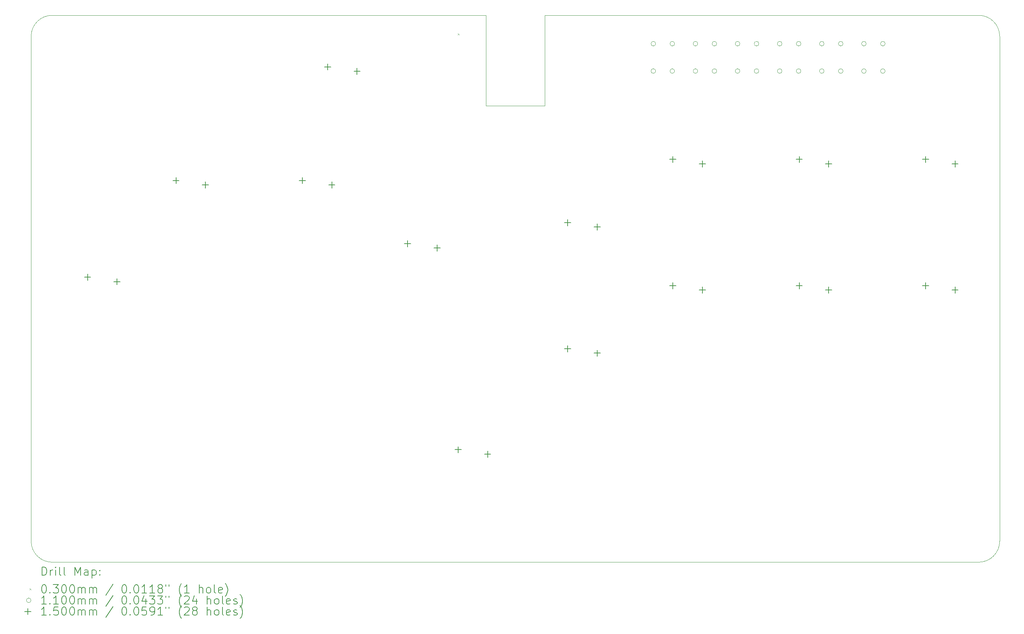
<source format=gbr>
%TF.GenerationSoftware,KiCad,Pcbnew,8.0.4-8.0.4-0~ubuntu22.04.1*%
%TF.CreationDate,2024-07-29T20:54:53+08:00*%
%TF.ProjectId,halalsnackbox,68616c61-6c73-46e6-9163-6b626f782e6b,rev?*%
%TF.SameCoordinates,Original*%
%TF.FileFunction,Drillmap*%
%TF.FilePolarity,Positive*%
%FSLAX45Y45*%
G04 Gerber Fmt 4.5, Leading zero omitted, Abs format (unit mm)*
G04 Created by KiCad (PCBNEW 8.0.4-8.0.4-0~ubuntu22.04.1) date 2024-07-29 20:54:53*
%MOMM*%
%LPD*%
G01*
G04 APERTURE LIST*
%ADD10C,0.050000*%
%ADD11C,0.200000*%
%ADD12C,0.100000*%
%ADD13C,0.110000*%
%ADD14C,0.150000*%
G04 APERTURE END LIST*
D10*
X0Y-500000D02*
G75*
G02*
X500000Y0I500000J0D01*
G01*
X10800000Y0D02*
X10800000Y-2150000D01*
X500000Y-13000000D02*
G75*
G02*
X0Y-12500000I0J500000D01*
G01*
X23000000Y-500000D02*
X23000000Y-12500000D01*
X12200000Y0D02*
X22500000Y0D01*
X500000Y-13000000D02*
X22500000Y-13000000D01*
X0Y-500000D02*
X0Y-12500000D01*
X12200000Y0D02*
X12200000Y-2150000D01*
X22500000Y0D02*
G75*
G02*
X23000000Y-500000I0J-500000D01*
G01*
X10800000Y-2150000D02*
X12200000Y-2150000D01*
X23000000Y-12500000D02*
G75*
G02*
X22500000Y-13000000I-500000J0D01*
G01*
X500000Y0D02*
X10800000Y0D01*
D11*
D12*
X10135000Y-435000D02*
X10165000Y-465000D01*
X10165000Y-435000D02*
X10135000Y-465000D01*
D13*
X14830000Y-675000D02*
G75*
G02*
X14720000Y-675000I-55000J0D01*
G01*
X14720000Y-675000D02*
G75*
G02*
X14830000Y-675000I55000J0D01*
G01*
X14830000Y-1325000D02*
G75*
G02*
X14720000Y-1325000I-55000J0D01*
G01*
X14720000Y-1325000D02*
G75*
G02*
X14830000Y-1325000I55000J0D01*
G01*
X15280000Y-675000D02*
G75*
G02*
X15170000Y-675000I-55000J0D01*
G01*
X15170000Y-675000D02*
G75*
G02*
X15280000Y-675000I55000J0D01*
G01*
X15280000Y-1325000D02*
G75*
G02*
X15170000Y-1325000I-55000J0D01*
G01*
X15170000Y-1325000D02*
G75*
G02*
X15280000Y-1325000I55000J0D01*
G01*
X15830000Y-675000D02*
G75*
G02*
X15720000Y-675000I-55000J0D01*
G01*
X15720000Y-675000D02*
G75*
G02*
X15830000Y-675000I55000J0D01*
G01*
X15830000Y-1325000D02*
G75*
G02*
X15720000Y-1325000I-55000J0D01*
G01*
X15720000Y-1325000D02*
G75*
G02*
X15830000Y-1325000I55000J0D01*
G01*
X16280000Y-675000D02*
G75*
G02*
X16170000Y-675000I-55000J0D01*
G01*
X16170000Y-675000D02*
G75*
G02*
X16280000Y-675000I55000J0D01*
G01*
X16280000Y-1325000D02*
G75*
G02*
X16170000Y-1325000I-55000J0D01*
G01*
X16170000Y-1325000D02*
G75*
G02*
X16280000Y-1325000I55000J0D01*
G01*
X16830000Y-675000D02*
G75*
G02*
X16720000Y-675000I-55000J0D01*
G01*
X16720000Y-675000D02*
G75*
G02*
X16830000Y-675000I55000J0D01*
G01*
X16830000Y-1325000D02*
G75*
G02*
X16720000Y-1325000I-55000J0D01*
G01*
X16720000Y-1325000D02*
G75*
G02*
X16830000Y-1325000I55000J0D01*
G01*
X17280000Y-675000D02*
G75*
G02*
X17170000Y-675000I-55000J0D01*
G01*
X17170000Y-675000D02*
G75*
G02*
X17280000Y-675000I55000J0D01*
G01*
X17280000Y-1325000D02*
G75*
G02*
X17170000Y-1325000I-55000J0D01*
G01*
X17170000Y-1325000D02*
G75*
G02*
X17280000Y-1325000I55000J0D01*
G01*
X17830000Y-675000D02*
G75*
G02*
X17720000Y-675000I-55000J0D01*
G01*
X17720000Y-675000D02*
G75*
G02*
X17830000Y-675000I55000J0D01*
G01*
X17830000Y-1325000D02*
G75*
G02*
X17720000Y-1325000I-55000J0D01*
G01*
X17720000Y-1325000D02*
G75*
G02*
X17830000Y-1325000I55000J0D01*
G01*
X18280000Y-675000D02*
G75*
G02*
X18170000Y-675000I-55000J0D01*
G01*
X18170000Y-675000D02*
G75*
G02*
X18280000Y-675000I55000J0D01*
G01*
X18280000Y-1325000D02*
G75*
G02*
X18170000Y-1325000I-55000J0D01*
G01*
X18170000Y-1325000D02*
G75*
G02*
X18280000Y-1325000I55000J0D01*
G01*
X18830000Y-675000D02*
G75*
G02*
X18720000Y-675000I-55000J0D01*
G01*
X18720000Y-675000D02*
G75*
G02*
X18830000Y-675000I55000J0D01*
G01*
X18830000Y-1325000D02*
G75*
G02*
X18720000Y-1325000I-55000J0D01*
G01*
X18720000Y-1325000D02*
G75*
G02*
X18830000Y-1325000I55000J0D01*
G01*
X19280000Y-675000D02*
G75*
G02*
X19170000Y-675000I-55000J0D01*
G01*
X19170000Y-675000D02*
G75*
G02*
X19280000Y-675000I55000J0D01*
G01*
X19280000Y-1325000D02*
G75*
G02*
X19170000Y-1325000I-55000J0D01*
G01*
X19170000Y-1325000D02*
G75*
G02*
X19280000Y-1325000I55000J0D01*
G01*
X19830000Y-675000D02*
G75*
G02*
X19720000Y-675000I-55000J0D01*
G01*
X19720000Y-675000D02*
G75*
G02*
X19830000Y-675000I55000J0D01*
G01*
X19830000Y-1325000D02*
G75*
G02*
X19720000Y-1325000I-55000J0D01*
G01*
X19720000Y-1325000D02*
G75*
G02*
X19830000Y-1325000I55000J0D01*
G01*
X20280000Y-675000D02*
G75*
G02*
X20170000Y-675000I-55000J0D01*
G01*
X20170000Y-675000D02*
G75*
G02*
X20280000Y-675000I55000J0D01*
G01*
X20280000Y-1325000D02*
G75*
G02*
X20170000Y-1325000I-55000J0D01*
G01*
X20170000Y-1325000D02*
G75*
G02*
X20280000Y-1325000I55000J0D01*
G01*
D14*
X1340000Y-6150000D02*
X1340000Y-6300000D01*
X1265000Y-6225000D02*
X1415000Y-6225000D01*
X2040000Y-6255000D02*
X2040000Y-6405000D01*
X1965000Y-6330000D02*
X2115000Y-6330000D01*
X3440000Y-3850000D02*
X3440000Y-4000000D01*
X3365000Y-3925000D02*
X3515000Y-3925000D01*
X4140000Y-3955000D02*
X4140000Y-4105000D01*
X4065000Y-4030000D02*
X4215000Y-4030000D01*
X6440000Y-3850000D02*
X6440000Y-4000000D01*
X6365000Y-3925000D02*
X6515000Y-3925000D01*
X7040000Y-1150000D02*
X7040000Y-1300000D01*
X6965000Y-1225000D02*
X7115000Y-1225000D01*
X7140000Y-3955000D02*
X7140000Y-4105000D01*
X7065000Y-4030000D02*
X7215000Y-4030000D01*
X7740000Y-1255000D02*
X7740000Y-1405000D01*
X7665000Y-1330000D02*
X7815000Y-1330000D01*
X8940000Y-5350000D02*
X8940000Y-5500000D01*
X8865000Y-5425000D02*
X9015000Y-5425000D01*
X9640000Y-5455000D02*
X9640000Y-5605000D01*
X9565000Y-5530000D02*
X9715000Y-5530000D01*
X10140000Y-10250000D02*
X10140000Y-10400000D01*
X10065000Y-10325000D02*
X10215000Y-10325000D01*
X10840000Y-10355000D02*
X10840000Y-10505000D01*
X10765000Y-10430000D02*
X10915000Y-10430000D01*
X12740000Y-4850000D02*
X12740000Y-5000000D01*
X12665000Y-4925000D02*
X12815000Y-4925000D01*
X12740000Y-7850000D02*
X12740000Y-8000000D01*
X12665000Y-7925000D02*
X12815000Y-7925000D01*
X13440000Y-4955000D02*
X13440000Y-5105000D01*
X13365000Y-5030000D02*
X13515000Y-5030000D01*
X13440000Y-7955000D02*
X13440000Y-8105000D01*
X13365000Y-8030000D02*
X13515000Y-8030000D01*
X15240000Y-3350000D02*
X15240000Y-3500000D01*
X15165000Y-3425000D02*
X15315000Y-3425000D01*
X15240000Y-6350000D02*
X15240000Y-6500000D01*
X15165000Y-6425000D02*
X15315000Y-6425000D01*
X15940000Y-3455000D02*
X15940000Y-3605000D01*
X15865000Y-3530000D02*
X16015000Y-3530000D01*
X15940000Y-6455000D02*
X15940000Y-6605000D01*
X15865000Y-6530000D02*
X16015000Y-6530000D01*
X18240000Y-3350000D02*
X18240000Y-3500000D01*
X18165000Y-3425000D02*
X18315000Y-3425000D01*
X18240000Y-6350000D02*
X18240000Y-6500000D01*
X18165000Y-6425000D02*
X18315000Y-6425000D01*
X18940000Y-3455000D02*
X18940000Y-3605000D01*
X18865000Y-3530000D02*
X19015000Y-3530000D01*
X18940000Y-6455000D02*
X18940000Y-6605000D01*
X18865000Y-6530000D02*
X19015000Y-6530000D01*
X21240000Y-3350000D02*
X21240000Y-3500000D01*
X21165000Y-3425000D02*
X21315000Y-3425000D01*
X21240000Y-6350000D02*
X21240000Y-6500000D01*
X21165000Y-6425000D02*
X21315000Y-6425000D01*
X21940000Y-3455000D02*
X21940000Y-3605000D01*
X21865000Y-3530000D02*
X22015000Y-3530000D01*
X21940000Y-6455000D02*
X21940000Y-6605000D01*
X21865000Y-6530000D02*
X22015000Y-6530000D01*
D11*
X258277Y-13313984D02*
X258277Y-13113984D01*
X258277Y-13113984D02*
X305896Y-13113984D01*
X305896Y-13113984D02*
X334467Y-13123508D01*
X334467Y-13123508D02*
X353515Y-13142555D01*
X353515Y-13142555D02*
X363039Y-13161603D01*
X363039Y-13161603D02*
X372562Y-13199698D01*
X372562Y-13199698D02*
X372562Y-13228269D01*
X372562Y-13228269D02*
X363039Y-13266365D01*
X363039Y-13266365D02*
X353515Y-13285412D01*
X353515Y-13285412D02*
X334467Y-13304460D01*
X334467Y-13304460D02*
X305896Y-13313984D01*
X305896Y-13313984D02*
X258277Y-13313984D01*
X458277Y-13313984D02*
X458277Y-13180650D01*
X458277Y-13218746D02*
X467801Y-13199698D01*
X467801Y-13199698D02*
X477324Y-13190174D01*
X477324Y-13190174D02*
X496372Y-13180650D01*
X496372Y-13180650D02*
X515420Y-13180650D01*
X582086Y-13313984D02*
X582086Y-13180650D01*
X582086Y-13113984D02*
X572563Y-13123508D01*
X572563Y-13123508D02*
X582086Y-13133031D01*
X582086Y-13133031D02*
X591610Y-13123508D01*
X591610Y-13123508D02*
X582086Y-13113984D01*
X582086Y-13113984D02*
X582086Y-13133031D01*
X705896Y-13313984D02*
X686848Y-13304460D01*
X686848Y-13304460D02*
X677324Y-13285412D01*
X677324Y-13285412D02*
X677324Y-13113984D01*
X810658Y-13313984D02*
X791610Y-13304460D01*
X791610Y-13304460D02*
X782086Y-13285412D01*
X782086Y-13285412D02*
X782086Y-13113984D01*
X1039229Y-13313984D02*
X1039229Y-13113984D01*
X1039229Y-13113984D02*
X1105896Y-13256841D01*
X1105896Y-13256841D02*
X1172563Y-13113984D01*
X1172563Y-13113984D02*
X1172563Y-13313984D01*
X1353515Y-13313984D02*
X1353515Y-13209222D01*
X1353515Y-13209222D02*
X1343991Y-13190174D01*
X1343991Y-13190174D02*
X1324944Y-13180650D01*
X1324944Y-13180650D02*
X1286848Y-13180650D01*
X1286848Y-13180650D02*
X1267801Y-13190174D01*
X1353515Y-13304460D02*
X1334467Y-13313984D01*
X1334467Y-13313984D02*
X1286848Y-13313984D01*
X1286848Y-13313984D02*
X1267801Y-13304460D01*
X1267801Y-13304460D02*
X1258277Y-13285412D01*
X1258277Y-13285412D02*
X1258277Y-13266365D01*
X1258277Y-13266365D02*
X1267801Y-13247317D01*
X1267801Y-13247317D02*
X1286848Y-13237793D01*
X1286848Y-13237793D02*
X1334467Y-13237793D01*
X1334467Y-13237793D02*
X1353515Y-13228269D01*
X1448753Y-13180650D02*
X1448753Y-13380650D01*
X1448753Y-13190174D02*
X1467801Y-13180650D01*
X1467801Y-13180650D02*
X1505896Y-13180650D01*
X1505896Y-13180650D02*
X1524943Y-13190174D01*
X1524943Y-13190174D02*
X1534467Y-13199698D01*
X1534467Y-13199698D02*
X1543991Y-13218746D01*
X1543991Y-13218746D02*
X1543991Y-13275888D01*
X1543991Y-13275888D02*
X1534467Y-13294936D01*
X1534467Y-13294936D02*
X1524943Y-13304460D01*
X1524943Y-13304460D02*
X1505896Y-13313984D01*
X1505896Y-13313984D02*
X1467801Y-13313984D01*
X1467801Y-13313984D02*
X1448753Y-13304460D01*
X1629705Y-13294936D02*
X1639229Y-13304460D01*
X1639229Y-13304460D02*
X1629705Y-13313984D01*
X1629705Y-13313984D02*
X1620182Y-13304460D01*
X1620182Y-13304460D02*
X1629705Y-13294936D01*
X1629705Y-13294936D02*
X1629705Y-13313984D01*
X1629705Y-13190174D02*
X1639229Y-13199698D01*
X1639229Y-13199698D02*
X1629705Y-13209222D01*
X1629705Y-13209222D02*
X1620182Y-13199698D01*
X1620182Y-13199698D02*
X1629705Y-13190174D01*
X1629705Y-13190174D02*
X1629705Y-13209222D01*
D12*
X-32500Y-13627500D02*
X-2500Y-13657500D01*
X-2500Y-13627500D02*
X-32500Y-13657500D01*
D11*
X296372Y-13533984D02*
X315420Y-13533984D01*
X315420Y-13533984D02*
X334467Y-13543508D01*
X334467Y-13543508D02*
X343991Y-13553031D01*
X343991Y-13553031D02*
X353515Y-13572079D01*
X353515Y-13572079D02*
X363039Y-13610174D01*
X363039Y-13610174D02*
X363039Y-13657793D01*
X363039Y-13657793D02*
X353515Y-13695888D01*
X353515Y-13695888D02*
X343991Y-13714936D01*
X343991Y-13714936D02*
X334467Y-13724460D01*
X334467Y-13724460D02*
X315420Y-13733984D01*
X315420Y-13733984D02*
X296372Y-13733984D01*
X296372Y-13733984D02*
X277324Y-13724460D01*
X277324Y-13724460D02*
X267801Y-13714936D01*
X267801Y-13714936D02*
X258277Y-13695888D01*
X258277Y-13695888D02*
X248753Y-13657793D01*
X248753Y-13657793D02*
X248753Y-13610174D01*
X248753Y-13610174D02*
X258277Y-13572079D01*
X258277Y-13572079D02*
X267801Y-13553031D01*
X267801Y-13553031D02*
X277324Y-13543508D01*
X277324Y-13543508D02*
X296372Y-13533984D01*
X448753Y-13714936D02*
X458277Y-13724460D01*
X458277Y-13724460D02*
X448753Y-13733984D01*
X448753Y-13733984D02*
X439229Y-13724460D01*
X439229Y-13724460D02*
X448753Y-13714936D01*
X448753Y-13714936D02*
X448753Y-13733984D01*
X524944Y-13533984D02*
X648753Y-13533984D01*
X648753Y-13533984D02*
X582086Y-13610174D01*
X582086Y-13610174D02*
X610658Y-13610174D01*
X610658Y-13610174D02*
X629705Y-13619698D01*
X629705Y-13619698D02*
X639229Y-13629222D01*
X639229Y-13629222D02*
X648753Y-13648269D01*
X648753Y-13648269D02*
X648753Y-13695888D01*
X648753Y-13695888D02*
X639229Y-13714936D01*
X639229Y-13714936D02*
X629705Y-13724460D01*
X629705Y-13724460D02*
X610658Y-13733984D01*
X610658Y-13733984D02*
X553515Y-13733984D01*
X553515Y-13733984D02*
X534467Y-13724460D01*
X534467Y-13724460D02*
X524944Y-13714936D01*
X772562Y-13533984D02*
X791610Y-13533984D01*
X791610Y-13533984D02*
X810658Y-13543508D01*
X810658Y-13543508D02*
X820182Y-13553031D01*
X820182Y-13553031D02*
X829705Y-13572079D01*
X829705Y-13572079D02*
X839229Y-13610174D01*
X839229Y-13610174D02*
X839229Y-13657793D01*
X839229Y-13657793D02*
X829705Y-13695888D01*
X829705Y-13695888D02*
X820182Y-13714936D01*
X820182Y-13714936D02*
X810658Y-13724460D01*
X810658Y-13724460D02*
X791610Y-13733984D01*
X791610Y-13733984D02*
X772562Y-13733984D01*
X772562Y-13733984D02*
X753515Y-13724460D01*
X753515Y-13724460D02*
X743991Y-13714936D01*
X743991Y-13714936D02*
X734467Y-13695888D01*
X734467Y-13695888D02*
X724943Y-13657793D01*
X724943Y-13657793D02*
X724943Y-13610174D01*
X724943Y-13610174D02*
X734467Y-13572079D01*
X734467Y-13572079D02*
X743991Y-13553031D01*
X743991Y-13553031D02*
X753515Y-13543508D01*
X753515Y-13543508D02*
X772562Y-13533984D01*
X963039Y-13533984D02*
X982086Y-13533984D01*
X982086Y-13533984D02*
X1001134Y-13543508D01*
X1001134Y-13543508D02*
X1010658Y-13553031D01*
X1010658Y-13553031D02*
X1020182Y-13572079D01*
X1020182Y-13572079D02*
X1029705Y-13610174D01*
X1029705Y-13610174D02*
X1029705Y-13657793D01*
X1029705Y-13657793D02*
X1020182Y-13695888D01*
X1020182Y-13695888D02*
X1010658Y-13714936D01*
X1010658Y-13714936D02*
X1001134Y-13724460D01*
X1001134Y-13724460D02*
X982086Y-13733984D01*
X982086Y-13733984D02*
X963039Y-13733984D01*
X963039Y-13733984D02*
X943991Y-13724460D01*
X943991Y-13724460D02*
X934467Y-13714936D01*
X934467Y-13714936D02*
X924943Y-13695888D01*
X924943Y-13695888D02*
X915420Y-13657793D01*
X915420Y-13657793D02*
X915420Y-13610174D01*
X915420Y-13610174D02*
X924943Y-13572079D01*
X924943Y-13572079D02*
X934467Y-13553031D01*
X934467Y-13553031D02*
X943991Y-13543508D01*
X943991Y-13543508D02*
X963039Y-13533984D01*
X1115420Y-13733984D02*
X1115420Y-13600650D01*
X1115420Y-13619698D02*
X1124944Y-13610174D01*
X1124944Y-13610174D02*
X1143991Y-13600650D01*
X1143991Y-13600650D02*
X1172563Y-13600650D01*
X1172563Y-13600650D02*
X1191610Y-13610174D01*
X1191610Y-13610174D02*
X1201134Y-13629222D01*
X1201134Y-13629222D02*
X1201134Y-13733984D01*
X1201134Y-13629222D02*
X1210658Y-13610174D01*
X1210658Y-13610174D02*
X1229705Y-13600650D01*
X1229705Y-13600650D02*
X1258277Y-13600650D01*
X1258277Y-13600650D02*
X1277325Y-13610174D01*
X1277325Y-13610174D02*
X1286848Y-13629222D01*
X1286848Y-13629222D02*
X1286848Y-13733984D01*
X1382086Y-13733984D02*
X1382086Y-13600650D01*
X1382086Y-13619698D02*
X1391610Y-13610174D01*
X1391610Y-13610174D02*
X1410658Y-13600650D01*
X1410658Y-13600650D02*
X1439229Y-13600650D01*
X1439229Y-13600650D02*
X1458277Y-13610174D01*
X1458277Y-13610174D02*
X1467801Y-13629222D01*
X1467801Y-13629222D02*
X1467801Y-13733984D01*
X1467801Y-13629222D02*
X1477324Y-13610174D01*
X1477324Y-13610174D02*
X1496372Y-13600650D01*
X1496372Y-13600650D02*
X1524943Y-13600650D01*
X1524943Y-13600650D02*
X1543991Y-13610174D01*
X1543991Y-13610174D02*
X1553515Y-13629222D01*
X1553515Y-13629222D02*
X1553515Y-13733984D01*
X1943991Y-13524460D02*
X1772563Y-13781603D01*
X2201134Y-13533984D02*
X2220182Y-13533984D01*
X2220182Y-13533984D02*
X2239229Y-13543508D01*
X2239229Y-13543508D02*
X2248753Y-13553031D01*
X2248753Y-13553031D02*
X2258277Y-13572079D01*
X2258277Y-13572079D02*
X2267801Y-13610174D01*
X2267801Y-13610174D02*
X2267801Y-13657793D01*
X2267801Y-13657793D02*
X2258277Y-13695888D01*
X2258277Y-13695888D02*
X2248753Y-13714936D01*
X2248753Y-13714936D02*
X2239229Y-13724460D01*
X2239229Y-13724460D02*
X2220182Y-13733984D01*
X2220182Y-13733984D02*
X2201134Y-13733984D01*
X2201134Y-13733984D02*
X2182087Y-13724460D01*
X2182087Y-13724460D02*
X2172563Y-13714936D01*
X2172563Y-13714936D02*
X2163039Y-13695888D01*
X2163039Y-13695888D02*
X2153515Y-13657793D01*
X2153515Y-13657793D02*
X2153515Y-13610174D01*
X2153515Y-13610174D02*
X2163039Y-13572079D01*
X2163039Y-13572079D02*
X2172563Y-13553031D01*
X2172563Y-13553031D02*
X2182087Y-13543508D01*
X2182087Y-13543508D02*
X2201134Y-13533984D01*
X2353515Y-13714936D02*
X2363039Y-13724460D01*
X2363039Y-13724460D02*
X2353515Y-13733984D01*
X2353515Y-13733984D02*
X2343991Y-13724460D01*
X2343991Y-13724460D02*
X2353515Y-13714936D01*
X2353515Y-13714936D02*
X2353515Y-13733984D01*
X2486848Y-13533984D02*
X2505896Y-13533984D01*
X2505896Y-13533984D02*
X2524944Y-13543508D01*
X2524944Y-13543508D02*
X2534468Y-13553031D01*
X2534468Y-13553031D02*
X2543991Y-13572079D01*
X2543991Y-13572079D02*
X2553515Y-13610174D01*
X2553515Y-13610174D02*
X2553515Y-13657793D01*
X2553515Y-13657793D02*
X2543991Y-13695888D01*
X2543991Y-13695888D02*
X2534468Y-13714936D01*
X2534468Y-13714936D02*
X2524944Y-13724460D01*
X2524944Y-13724460D02*
X2505896Y-13733984D01*
X2505896Y-13733984D02*
X2486848Y-13733984D01*
X2486848Y-13733984D02*
X2467801Y-13724460D01*
X2467801Y-13724460D02*
X2458277Y-13714936D01*
X2458277Y-13714936D02*
X2448753Y-13695888D01*
X2448753Y-13695888D02*
X2439229Y-13657793D01*
X2439229Y-13657793D02*
X2439229Y-13610174D01*
X2439229Y-13610174D02*
X2448753Y-13572079D01*
X2448753Y-13572079D02*
X2458277Y-13553031D01*
X2458277Y-13553031D02*
X2467801Y-13543508D01*
X2467801Y-13543508D02*
X2486848Y-13533984D01*
X2743991Y-13733984D02*
X2629706Y-13733984D01*
X2686848Y-13733984D02*
X2686848Y-13533984D01*
X2686848Y-13533984D02*
X2667801Y-13562555D01*
X2667801Y-13562555D02*
X2648753Y-13581603D01*
X2648753Y-13581603D02*
X2629706Y-13591127D01*
X2934467Y-13733984D02*
X2820182Y-13733984D01*
X2877325Y-13733984D02*
X2877325Y-13533984D01*
X2877325Y-13533984D02*
X2858277Y-13562555D01*
X2858277Y-13562555D02*
X2839229Y-13581603D01*
X2839229Y-13581603D02*
X2820182Y-13591127D01*
X3048753Y-13619698D02*
X3029706Y-13610174D01*
X3029706Y-13610174D02*
X3020182Y-13600650D01*
X3020182Y-13600650D02*
X3010658Y-13581603D01*
X3010658Y-13581603D02*
X3010658Y-13572079D01*
X3010658Y-13572079D02*
X3020182Y-13553031D01*
X3020182Y-13553031D02*
X3029706Y-13543508D01*
X3029706Y-13543508D02*
X3048753Y-13533984D01*
X3048753Y-13533984D02*
X3086848Y-13533984D01*
X3086848Y-13533984D02*
X3105896Y-13543508D01*
X3105896Y-13543508D02*
X3115420Y-13553031D01*
X3115420Y-13553031D02*
X3124944Y-13572079D01*
X3124944Y-13572079D02*
X3124944Y-13581603D01*
X3124944Y-13581603D02*
X3115420Y-13600650D01*
X3115420Y-13600650D02*
X3105896Y-13610174D01*
X3105896Y-13610174D02*
X3086848Y-13619698D01*
X3086848Y-13619698D02*
X3048753Y-13619698D01*
X3048753Y-13619698D02*
X3029706Y-13629222D01*
X3029706Y-13629222D02*
X3020182Y-13638746D01*
X3020182Y-13638746D02*
X3010658Y-13657793D01*
X3010658Y-13657793D02*
X3010658Y-13695888D01*
X3010658Y-13695888D02*
X3020182Y-13714936D01*
X3020182Y-13714936D02*
X3029706Y-13724460D01*
X3029706Y-13724460D02*
X3048753Y-13733984D01*
X3048753Y-13733984D02*
X3086848Y-13733984D01*
X3086848Y-13733984D02*
X3105896Y-13724460D01*
X3105896Y-13724460D02*
X3115420Y-13714936D01*
X3115420Y-13714936D02*
X3124944Y-13695888D01*
X3124944Y-13695888D02*
X3124944Y-13657793D01*
X3124944Y-13657793D02*
X3115420Y-13638746D01*
X3115420Y-13638746D02*
X3105896Y-13629222D01*
X3105896Y-13629222D02*
X3086848Y-13619698D01*
X3201134Y-13533984D02*
X3201134Y-13572079D01*
X3277325Y-13533984D02*
X3277325Y-13572079D01*
X3572563Y-13810174D02*
X3563039Y-13800650D01*
X3563039Y-13800650D02*
X3543991Y-13772079D01*
X3543991Y-13772079D02*
X3534468Y-13753031D01*
X3534468Y-13753031D02*
X3524944Y-13724460D01*
X3524944Y-13724460D02*
X3515420Y-13676841D01*
X3515420Y-13676841D02*
X3515420Y-13638746D01*
X3515420Y-13638746D02*
X3524944Y-13591127D01*
X3524944Y-13591127D02*
X3534468Y-13562555D01*
X3534468Y-13562555D02*
X3543991Y-13543508D01*
X3543991Y-13543508D02*
X3563039Y-13514936D01*
X3563039Y-13514936D02*
X3572563Y-13505412D01*
X3753515Y-13733984D02*
X3639229Y-13733984D01*
X3696372Y-13733984D02*
X3696372Y-13533984D01*
X3696372Y-13533984D02*
X3677325Y-13562555D01*
X3677325Y-13562555D02*
X3658277Y-13581603D01*
X3658277Y-13581603D02*
X3639229Y-13591127D01*
X3991610Y-13733984D02*
X3991610Y-13533984D01*
X4077325Y-13733984D02*
X4077325Y-13629222D01*
X4077325Y-13629222D02*
X4067801Y-13610174D01*
X4067801Y-13610174D02*
X4048753Y-13600650D01*
X4048753Y-13600650D02*
X4020182Y-13600650D01*
X4020182Y-13600650D02*
X4001134Y-13610174D01*
X4001134Y-13610174D02*
X3991610Y-13619698D01*
X4201134Y-13733984D02*
X4182087Y-13724460D01*
X4182087Y-13724460D02*
X4172563Y-13714936D01*
X4172563Y-13714936D02*
X4163039Y-13695888D01*
X4163039Y-13695888D02*
X4163039Y-13638746D01*
X4163039Y-13638746D02*
X4172563Y-13619698D01*
X4172563Y-13619698D02*
X4182087Y-13610174D01*
X4182087Y-13610174D02*
X4201134Y-13600650D01*
X4201134Y-13600650D02*
X4229706Y-13600650D01*
X4229706Y-13600650D02*
X4248753Y-13610174D01*
X4248753Y-13610174D02*
X4258277Y-13619698D01*
X4258277Y-13619698D02*
X4267801Y-13638746D01*
X4267801Y-13638746D02*
X4267801Y-13695888D01*
X4267801Y-13695888D02*
X4258277Y-13714936D01*
X4258277Y-13714936D02*
X4248753Y-13724460D01*
X4248753Y-13724460D02*
X4229706Y-13733984D01*
X4229706Y-13733984D02*
X4201134Y-13733984D01*
X4382087Y-13733984D02*
X4363039Y-13724460D01*
X4363039Y-13724460D02*
X4353515Y-13705412D01*
X4353515Y-13705412D02*
X4353515Y-13533984D01*
X4534468Y-13724460D02*
X4515420Y-13733984D01*
X4515420Y-13733984D02*
X4477325Y-13733984D01*
X4477325Y-13733984D02*
X4458277Y-13724460D01*
X4458277Y-13724460D02*
X4448753Y-13705412D01*
X4448753Y-13705412D02*
X4448753Y-13629222D01*
X4448753Y-13629222D02*
X4458277Y-13610174D01*
X4458277Y-13610174D02*
X4477325Y-13600650D01*
X4477325Y-13600650D02*
X4515420Y-13600650D01*
X4515420Y-13600650D02*
X4534468Y-13610174D01*
X4534468Y-13610174D02*
X4543992Y-13629222D01*
X4543992Y-13629222D02*
X4543992Y-13648269D01*
X4543992Y-13648269D02*
X4448753Y-13667317D01*
X4610658Y-13810174D02*
X4620182Y-13800650D01*
X4620182Y-13800650D02*
X4639230Y-13772079D01*
X4639230Y-13772079D02*
X4648753Y-13753031D01*
X4648753Y-13753031D02*
X4658277Y-13724460D01*
X4658277Y-13724460D02*
X4667801Y-13676841D01*
X4667801Y-13676841D02*
X4667801Y-13638746D01*
X4667801Y-13638746D02*
X4658277Y-13591127D01*
X4658277Y-13591127D02*
X4648753Y-13562555D01*
X4648753Y-13562555D02*
X4639230Y-13543508D01*
X4639230Y-13543508D02*
X4620182Y-13514936D01*
X4620182Y-13514936D02*
X4610658Y-13505412D01*
D13*
X-2500Y-13906500D02*
G75*
G02*
X-112500Y-13906500I-55000J0D01*
G01*
X-112500Y-13906500D02*
G75*
G02*
X-2500Y-13906500I55000J0D01*
G01*
D11*
X363039Y-13997984D02*
X248753Y-13997984D01*
X305896Y-13997984D02*
X305896Y-13797984D01*
X305896Y-13797984D02*
X286848Y-13826555D01*
X286848Y-13826555D02*
X267801Y-13845603D01*
X267801Y-13845603D02*
X248753Y-13855127D01*
X448753Y-13978936D02*
X458277Y-13988460D01*
X458277Y-13988460D02*
X448753Y-13997984D01*
X448753Y-13997984D02*
X439229Y-13988460D01*
X439229Y-13988460D02*
X448753Y-13978936D01*
X448753Y-13978936D02*
X448753Y-13997984D01*
X648753Y-13997984D02*
X534467Y-13997984D01*
X591610Y-13997984D02*
X591610Y-13797984D01*
X591610Y-13797984D02*
X572563Y-13826555D01*
X572563Y-13826555D02*
X553515Y-13845603D01*
X553515Y-13845603D02*
X534467Y-13855127D01*
X772562Y-13797984D02*
X791610Y-13797984D01*
X791610Y-13797984D02*
X810658Y-13807508D01*
X810658Y-13807508D02*
X820182Y-13817031D01*
X820182Y-13817031D02*
X829705Y-13836079D01*
X829705Y-13836079D02*
X839229Y-13874174D01*
X839229Y-13874174D02*
X839229Y-13921793D01*
X839229Y-13921793D02*
X829705Y-13959888D01*
X829705Y-13959888D02*
X820182Y-13978936D01*
X820182Y-13978936D02*
X810658Y-13988460D01*
X810658Y-13988460D02*
X791610Y-13997984D01*
X791610Y-13997984D02*
X772562Y-13997984D01*
X772562Y-13997984D02*
X753515Y-13988460D01*
X753515Y-13988460D02*
X743991Y-13978936D01*
X743991Y-13978936D02*
X734467Y-13959888D01*
X734467Y-13959888D02*
X724943Y-13921793D01*
X724943Y-13921793D02*
X724943Y-13874174D01*
X724943Y-13874174D02*
X734467Y-13836079D01*
X734467Y-13836079D02*
X743991Y-13817031D01*
X743991Y-13817031D02*
X753515Y-13807508D01*
X753515Y-13807508D02*
X772562Y-13797984D01*
X963039Y-13797984D02*
X982086Y-13797984D01*
X982086Y-13797984D02*
X1001134Y-13807508D01*
X1001134Y-13807508D02*
X1010658Y-13817031D01*
X1010658Y-13817031D02*
X1020182Y-13836079D01*
X1020182Y-13836079D02*
X1029705Y-13874174D01*
X1029705Y-13874174D02*
X1029705Y-13921793D01*
X1029705Y-13921793D02*
X1020182Y-13959888D01*
X1020182Y-13959888D02*
X1010658Y-13978936D01*
X1010658Y-13978936D02*
X1001134Y-13988460D01*
X1001134Y-13988460D02*
X982086Y-13997984D01*
X982086Y-13997984D02*
X963039Y-13997984D01*
X963039Y-13997984D02*
X943991Y-13988460D01*
X943991Y-13988460D02*
X934467Y-13978936D01*
X934467Y-13978936D02*
X924943Y-13959888D01*
X924943Y-13959888D02*
X915420Y-13921793D01*
X915420Y-13921793D02*
X915420Y-13874174D01*
X915420Y-13874174D02*
X924943Y-13836079D01*
X924943Y-13836079D02*
X934467Y-13817031D01*
X934467Y-13817031D02*
X943991Y-13807508D01*
X943991Y-13807508D02*
X963039Y-13797984D01*
X1115420Y-13997984D02*
X1115420Y-13864650D01*
X1115420Y-13883698D02*
X1124944Y-13874174D01*
X1124944Y-13874174D02*
X1143991Y-13864650D01*
X1143991Y-13864650D02*
X1172563Y-13864650D01*
X1172563Y-13864650D02*
X1191610Y-13874174D01*
X1191610Y-13874174D02*
X1201134Y-13893222D01*
X1201134Y-13893222D02*
X1201134Y-13997984D01*
X1201134Y-13893222D02*
X1210658Y-13874174D01*
X1210658Y-13874174D02*
X1229705Y-13864650D01*
X1229705Y-13864650D02*
X1258277Y-13864650D01*
X1258277Y-13864650D02*
X1277325Y-13874174D01*
X1277325Y-13874174D02*
X1286848Y-13893222D01*
X1286848Y-13893222D02*
X1286848Y-13997984D01*
X1382086Y-13997984D02*
X1382086Y-13864650D01*
X1382086Y-13883698D02*
X1391610Y-13874174D01*
X1391610Y-13874174D02*
X1410658Y-13864650D01*
X1410658Y-13864650D02*
X1439229Y-13864650D01*
X1439229Y-13864650D02*
X1458277Y-13874174D01*
X1458277Y-13874174D02*
X1467801Y-13893222D01*
X1467801Y-13893222D02*
X1467801Y-13997984D01*
X1467801Y-13893222D02*
X1477324Y-13874174D01*
X1477324Y-13874174D02*
X1496372Y-13864650D01*
X1496372Y-13864650D02*
X1524943Y-13864650D01*
X1524943Y-13864650D02*
X1543991Y-13874174D01*
X1543991Y-13874174D02*
X1553515Y-13893222D01*
X1553515Y-13893222D02*
X1553515Y-13997984D01*
X1943991Y-13788460D02*
X1772563Y-14045603D01*
X2201134Y-13797984D02*
X2220182Y-13797984D01*
X2220182Y-13797984D02*
X2239229Y-13807508D01*
X2239229Y-13807508D02*
X2248753Y-13817031D01*
X2248753Y-13817031D02*
X2258277Y-13836079D01*
X2258277Y-13836079D02*
X2267801Y-13874174D01*
X2267801Y-13874174D02*
X2267801Y-13921793D01*
X2267801Y-13921793D02*
X2258277Y-13959888D01*
X2258277Y-13959888D02*
X2248753Y-13978936D01*
X2248753Y-13978936D02*
X2239229Y-13988460D01*
X2239229Y-13988460D02*
X2220182Y-13997984D01*
X2220182Y-13997984D02*
X2201134Y-13997984D01*
X2201134Y-13997984D02*
X2182087Y-13988460D01*
X2182087Y-13988460D02*
X2172563Y-13978936D01*
X2172563Y-13978936D02*
X2163039Y-13959888D01*
X2163039Y-13959888D02*
X2153515Y-13921793D01*
X2153515Y-13921793D02*
X2153515Y-13874174D01*
X2153515Y-13874174D02*
X2163039Y-13836079D01*
X2163039Y-13836079D02*
X2172563Y-13817031D01*
X2172563Y-13817031D02*
X2182087Y-13807508D01*
X2182087Y-13807508D02*
X2201134Y-13797984D01*
X2353515Y-13978936D02*
X2363039Y-13988460D01*
X2363039Y-13988460D02*
X2353515Y-13997984D01*
X2353515Y-13997984D02*
X2343991Y-13988460D01*
X2343991Y-13988460D02*
X2353515Y-13978936D01*
X2353515Y-13978936D02*
X2353515Y-13997984D01*
X2486848Y-13797984D02*
X2505896Y-13797984D01*
X2505896Y-13797984D02*
X2524944Y-13807508D01*
X2524944Y-13807508D02*
X2534468Y-13817031D01*
X2534468Y-13817031D02*
X2543991Y-13836079D01*
X2543991Y-13836079D02*
X2553515Y-13874174D01*
X2553515Y-13874174D02*
X2553515Y-13921793D01*
X2553515Y-13921793D02*
X2543991Y-13959888D01*
X2543991Y-13959888D02*
X2534468Y-13978936D01*
X2534468Y-13978936D02*
X2524944Y-13988460D01*
X2524944Y-13988460D02*
X2505896Y-13997984D01*
X2505896Y-13997984D02*
X2486848Y-13997984D01*
X2486848Y-13997984D02*
X2467801Y-13988460D01*
X2467801Y-13988460D02*
X2458277Y-13978936D01*
X2458277Y-13978936D02*
X2448753Y-13959888D01*
X2448753Y-13959888D02*
X2439229Y-13921793D01*
X2439229Y-13921793D02*
X2439229Y-13874174D01*
X2439229Y-13874174D02*
X2448753Y-13836079D01*
X2448753Y-13836079D02*
X2458277Y-13817031D01*
X2458277Y-13817031D02*
X2467801Y-13807508D01*
X2467801Y-13807508D02*
X2486848Y-13797984D01*
X2724944Y-13864650D02*
X2724944Y-13997984D01*
X2677325Y-13788460D02*
X2629706Y-13931317D01*
X2629706Y-13931317D02*
X2753515Y-13931317D01*
X2810658Y-13797984D02*
X2934467Y-13797984D01*
X2934467Y-13797984D02*
X2867801Y-13874174D01*
X2867801Y-13874174D02*
X2896372Y-13874174D01*
X2896372Y-13874174D02*
X2915420Y-13883698D01*
X2915420Y-13883698D02*
X2924944Y-13893222D01*
X2924944Y-13893222D02*
X2934467Y-13912269D01*
X2934467Y-13912269D02*
X2934467Y-13959888D01*
X2934467Y-13959888D02*
X2924944Y-13978936D01*
X2924944Y-13978936D02*
X2915420Y-13988460D01*
X2915420Y-13988460D02*
X2896372Y-13997984D01*
X2896372Y-13997984D02*
X2839229Y-13997984D01*
X2839229Y-13997984D02*
X2820182Y-13988460D01*
X2820182Y-13988460D02*
X2810658Y-13978936D01*
X3001134Y-13797984D02*
X3124944Y-13797984D01*
X3124944Y-13797984D02*
X3058277Y-13874174D01*
X3058277Y-13874174D02*
X3086848Y-13874174D01*
X3086848Y-13874174D02*
X3105896Y-13883698D01*
X3105896Y-13883698D02*
X3115420Y-13893222D01*
X3115420Y-13893222D02*
X3124944Y-13912269D01*
X3124944Y-13912269D02*
X3124944Y-13959888D01*
X3124944Y-13959888D02*
X3115420Y-13978936D01*
X3115420Y-13978936D02*
X3105896Y-13988460D01*
X3105896Y-13988460D02*
X3086848Y-13997984D01*
X3086848Y-13997984D02*
X3029706Y-13997984D01*
X3029706Y-13997984D02*
X3010658Y-13988460D01*
X3010658Y-13988460D02*
X3001134Y-13978936D01*
X3201134Y-13797984D02*
X3201134Y-13836079D01*
X3277325Y-13797984D02*
X3277325Y-13836079D01*
X3572563Y-14074174D02*
X3563039Y-14064650D01*
X3563039Y-14064650D02*
X3543991Y-14036079D01*
X3543991Y-14036079D02*
X3534468Y-14017031D01*
X3534468Y-14017031D02*
X3524944Y-13988460D01*
X3524944Y-13988460D02*
X3515420Y-13940841D01*
X3515420Y-13940841D02*
X3515420Y-13902746D01*
X3515420Y-13902746D02*
X3524944Y-13855127D01*
X3524944Y-13855127D02*
X3534468Y-13826555D01*
X3534468Y-13826555D02*
X3543991Y-13807508D01*
X3543991Y-13807508D02*
X3563039Y-13778936D01*
X3563039Y-13778936D02*
X3572563Y-13769412D01*
X3639229Y-13817031D02*
X3648753Y-13807508D01*
X3648753Y-13807508D02*
X3667801Y-13797984D01*
X3667801Y-13797984D02*
X3715420Y-13797984D01*
X3715420Y-13797984D02*
X3734468Y-13807508D01*
X3734468Y-13807508D02*
X3743991Y-13817031D01*
X3743991Y-13817031D02*
X3753515Y-13836079D01*
X3753515Y-13836079D02*
X3753515Y-13855127D01*
X3753515Y-13855127D02*
X3743991Y-13883698D01*
X3743991Y-13883698D02*
X3629706Y-13997984D01*
X3629706Y-13997984D02*
X3753515Y-13997984D01*
X3924944Y-13864650D02*
X3924944Y-13997984D01*
X3877325Y-13788460D02*
X3829706Y-13931317D01*
X3829706Y-13931317D02*
X3953515Y-13931317D01*
X4182087Y-13997984D02*
X4182087Y-13797984D01*
X4267801Y-13997984D02*
X4267801Y-13893222D01*
X4267801Y-13893222D02*
X4258277Y-13874174D01*
X4258277Y-13874174D02*
X4239230Y-13864650D01*
X4239230Y-13864650D02*
X4210658Y-13864650D01*
X4210658Y-13864650D02*
X4191610Y-13874174D01*
X4191610Y-13874174D02*
X4182087Y-13883698D01*
X4391611Y-13997984D02*
X4372563Y-13988460D01*
X4372563Y-13988460D02*
X4363039Y-13978936D01*
X4363039Y-13978936D02*
X4353515Y-13959888D01*
X4353515Y-13959888D02*
X4353515Y-13902746D01*
X4353515Y-13902746D02*
X4363039Y-13883698D01*
X4363039Y-13883698D02*
X4372563Y-13874174D01*
X4372563Y-13874174D02*
X4391611Y-13864650D01*
X4391611Y-13864650D02*
X4420182Y-13864650D01*
X4420182Y-13864650D02*
X4439230Y-13874174D01*
X4439230Y-13874174D02*
X4448753Y-13883698D01*
X4448753Y-13883698D02*
X4458277Y-13902746D01*
X4458277Y-13902746D02*
X4458277Y-13959888D01*
X4458277Y-13959888D02*
X4448753Y-13978936D01*
X4448753Y-13978936D02*
X4439230Y-13988460D01*
X4439230Y-13988460D02*
X4420182Y-13997984D01*
X4420182Y-13997984D02*
X4391611Y-13997984D01*
X4572563Y-13997984D02*
X4553515Y-13988460D01*
X4553515Y-13988460D02*
X4543992Y-13969412D01*
X4543992Y-13969412D02*
X4543992Y-13797984D01*
X4724944Y-13988460D02*
X4705896Y-13997984D01*
X4705896Y-13997984D02*
X4667801Y-13997984D01*
X4667801Y-13997984D02*
X4648753Y-13988460D01*
X4648753Y-13988460D02*
X4639230Y-13969412D01*
X4639230Y-13969412D02*
X4639230Y-13893222D01*
X4639230Y-13893222D02*
X4648753Y-13874174D01*
X4648753Y-13874174D02*
X4667801Y-13864650D01*
X4667801Y-13864650D02*
X4705896Y-13864650D01*
X4705896Y-13864650D02*
X4724944Y-13874174D01*
X4724944Y-13874174D02*
X4734468Y-13893222D01*
X4734468Y-13893222D02*
X4734468Y-13912269D01*
X4734468Y-13912269D02*
X4639230Y-13931317D01*
X4810658Y-13988460D02*
X4829706Y-13997984D01*
X4829706Y-13997984D02*
X4867801Y-13997984D01*
X4867801Y-13997984D02*
X4886849Y-13988460D01*
X4886849Y-13988460D02*
X4896373Y-13969412D01*
X4896373Y-13969412D02*
X4896373Y-13959888D01*
X4896373Y-13959888D02*
X4886849Y-13940841D01*
X4886849Y-13940841D02*
X4867801Y-13931317D01*
X4867801Y-13931317D02*
X4839230Y-13931317D01*
X4839230Y-13931317D02*
X4820182Y-13921793D01*
X4820182Y-13921793D02*
X4810658Y-13902746D01*
X4810658Y-13902746D02*
X4810658Y-13893222D01*
X4810658Y-13893222D02*
X4820182Y-13874174D01*
X4820182Y-13874174D02*
X4839230Y-13864650D01*
X4839230Y-13864650D02*
X4867801Y-13864650D01*
X4867801Y-13864650D02*
X4886849Y-13874174D01*
X4963039Y-14074174D02*
X4972563Y-14064650D01*
X4972563Y-14064650D02*
X4991611Y-14036079D01*
X4991611Y-14036079D02*
X5001134Y-14017031D01*
X5001134Y-14017031D02*
X5010658Y-13988460D01*
X5010658Y-13988460D02*
X5020182Y-13940841D01*
X5020182Y-13940841D02*
X5020182Y-13902746D01*
X5020182Y-13902746D02*
X5010658Y-13855127D01*
X5010658Y-13855127D02*
X5001134Y-13826555D01*
X5001134Y-13826555D02*
X4991611Y-13807508D01*
X4991611Y-13807508D02*
X4972563Y-13778936D01*
X4972563Y-13778936D02*
X4963039Y-13769412D01*
D14*
X-77500Y-14095500D02*
X-77500Y-14245500D01*
X-152500Y-14170500D02*
X-2500Y-14170500D01*
D11*
X363039Y-14261984D02*
X248753Y-14261984D01*
X305896Y-14261984D02*
X305896Y-14061984D01*
X305896Y-14061984D02*
X286848Y-14090555D01*
X286848Y-14090555D02*
X267801Y-14109603D01*
X267801Y-14109603D02*
X248753Y-14119127D01*
X448753Y-14242936D02*
X458277Y-14252460D01*
X458277Y-14252460D02*
X448753Y-14261984D01*
X448753Y-14261984D02*
X439229Y-14252460D01*
X439229Y-14252460D02*
X448753Y-14242936D01*
X448753Y-14242936D02*
X448753Y-14261984D01*
X639229Y-14061984D02*
X543991Y-14061984D01*
X543991Y-14061984D02*
X534467Y-14157222D01*
X534467Y-14157222D02*
X543991Y-14147698D01*
X543991Y-14147698D02*
X563039Y-14138174D01*
X563039Y-14138174D02*
X610658Y-14138174D01*
X610658Y-14138174D02*
X629705Y-14147698D01*
X629705Y-14147698D02*
X639229Y-14157222D01*
X639229Y-14157222D02*
X648753Y-14176269D01*
X648753Y-14176269D02*
X648753Y-14223888D01*
X648753Y-14223888D02*
X639229Y-14242936D01*
X639229Y-14242936D02*
X629705Y-14252460D01*
X629705Y-14252460D02*
X610658Y-14261984D01*
X610658Y-14261984D02*
X563039Y-14261984D01*
X563039Y-14261984D02*
X543991Y-14252460D01*
X543991Y-14252460D02*
X534467Y-14242936D01*
X772562Y-14061984D02*
X791610Y-14061984D01*
X791610Y-14061984D02*
X810658Y-14071508D01*
X810658Y-14071508D02*
X820182Y-14081031D01*
X820182Y-14081031D02*
X829705Y-14100079D01*
X829705Y-14100079D02*
X839229Y-14138174D01*
X839229Y-14138174D02*
X839229Y-14185793D01*
X839229Y-14185793D02*
X829705Y-14223888D01*
X829705Y-14223888D02*
X820182Y-14242936D01*
X820182Y-14242936D02*
X810658Y-14252460D01*
X810658Y-14252460D02*
X791610Y-14261984D01*
X791610Y-14261984D02*
X772562Y-14261984D01*
X772562Y-14261984D02*
X753515Y-14252460D01*
X753515Y-14252460D02*
X743991Y-14242936D01*
X743991Y-14242936D02*
X734467Y-14223888D01*
X734467Y-14223888D02*
X724943Y-14185793D01*
X724943Y-14185793D02*
X724943Y-14138174D01*
X724943Y-14138174D02*
X734467Y-14100079D01*
X734467Y-14100079D02*
X743991Y-14081031D01*
X743991Y-14081031D02*
X753515Y-14071508D01*
X753515Y-14071508D02*
X772562Y-14061984D01*
X963039Y-14061984D02*
X982086Y-14061984D01*
X982086Y-14061984D02*
X1001134Y-14071508D01*
X1001134Y-14071508D02*
X1010658Y-14081031D01*
X1010658Y-14081031D02*
X1020182Y-14100079D01*
X1020182Y-14100079D02*
X1029705Y-14138174D01*
X1029705Y-14138174D02*
X1029705Y-14185793D01*
X1029705Y-14185793D02*
X1020182Y-14223888D01*
X1020182Y-14223888D02*
X1010658Y-14242936D01*
X1010658Y-14242936D02*
X1001134Y-14252460D01*
X1001134Y-14252460D02*
X982086Y-14261984D01*
X982086Y-14261984D02*
X963039Y-14261984D01*
X963039Y-14261984D02*
X943991Y-14252460D01*
X943991Y-14252460D02*
X934467Y-14242936D01*
X934467Y-14242936D02*
X924943Y-14223888D01*
X924943Y-14223888D02*
X915420Y-14185793D01*
X915420Y-14185793D02*
X915420Y-14138174D01*
X915420Y-14138174D02*
X924943Y-14100079D01*
X924943Y-14100079D02*
X934467Y-14081031D01*
X934467Y-14081031D02*
X943991Y-14071508D01*
X943991Y-14071508D02*
X963039Y-14061984D01*
X1115420Y-14261984D02*
X1115420Y-14128650D01*
X1115420Y-14147698D02*
X1124944Y-14138174D01*
X1124944Y-14138174D02*
X1143991Y-14128650D01*
X1143991Y-14128650D02*
X1172563Y-14128650D01*
X1172563Y-14128650D02*
X1191610Y-14138174D01*
X1191610Y-14138174D02*
X1201134Y-14157222D01*
X1201134Y-14157222D02*
X1201134Y-14261984D01*
X1201134Y-14157222D02*
X1210658Y-14138174D01*
X1210658Y-14138174D02*
X1229705Y-14128650D01*
X1229705Y-14128650D02*
X1258277Y-14128650D01*
X1258277Y-14128650D02*
X1277325Y-14138174D01*
X1277325Y-14138174D02*
X1286848Y-14157222D01*
X1286848Y-14157222D02*
X1286848Y-14261984D01*
X1382086Y-14261984D02*
X1382086Y-14128650D01*
X1382086Y-14147698D02*
X1391610Y-14138174D01*
X1391610Y-14138174D02*
X1410658Y-14128650D01*
X1410658Y-14128650D02*
X1439229Y-14128650D01*
X1439229Y-14128650D02*
X1458277Y-14138174D01*
X1458277Y-14138174D02*
X1467801Y-14157222D01*
X1467801Y-14157222D02*
X1467801Y-14261984D01*
X1467801Y-14157222D02*
X1477324Y-14138174D01*
X1477324Y-14138174D02*
X1496372Y-14128650D01*
X1496372Y-14128650D02*
X1524943Y-14128650D01*
X1524943Y-14128650D02*
X1543991Y-14138174D01*
X1543991Y-14138174D02*
X1553515Y-14157222D01*
X1553515Y-14157222D02*
X1553515Y-14261984D01*
X1943991Y-14052460D02*
X1772563Y-14309603D01*
X2201134Y-14061984D02*
X2220182Y-14061984D01*
X2220182Y-14061984D02*
X2239229Y-14071508D01*
X2239229Y-14071508D02*
X2248753Y-14081031D01*
X2248753Y-14081031D02*
X2258277Y-14100079D01*
X2258277Y-14100079D02*
X2267801Y-14138174D01*
X2267801Y-14138174D02*
X2267801Y-14185793D01*
X2267801Y-14185793D02*
X2258277Y-14223888D01*
X2258277Y-14223888D02*
X2248753Y-14242936D01*
X2248753Y-14242936D02*
X2239229Y-14252460D01*
X2239229Y-14252460D02*
X2220182Y-14261984D01*
X2220182Y-14261984D02*
X2201134Y-14261984D01*
X2201134Y-14261984D02*
X2182087Y-14252460D01*
X2182087Y-14252460D02*
X2172563Y-14242936D01*
X2172563Y-14242936D02*
X2163039Y-14223888D01*
X2163039Y-14223888D02*
X2153515Y-14185793D01*
X2153515Y-14185793D02*
X2153515Y-14138174D01*
X2153515Y-14138174D02*
X2163039Y-14100079D01*
X2163039Y-14100079D02*
X2172563Y-14081031D01*
X2172563Y-14081031D02*
X2182087Y-14071508D01*
X2182087Y-14071508D02*
X2201134Y-14061984D01*
X2353515Y-14242936D02*
X2363039Y-14252460D01*
X2363039Y-14252460D02*
X2353515Y-14261984D01*
X2353515Y-14261984D02*
X2343991Y-14252460D01*
X2343991Y-14252460D02*
X2353515Y-14242936D01*
X2353515Y-14242936D02*
X2353515Y-14261984D01*
X2486848Y-14061984D02*
X2505896Y-14061984D01*
X2505896Y-14061984D02*
X2524944Y-14071508D01*
X2524944Y-14071508D02*
X2534468Y-14081031D01*
X2534468Y-14081031D02*
X2543991Y-14100079D01*
X2543991Y-14100079D02*
X2553515Y-14138174D01*
X2553515Y-14138174D02*
X2553515Y-14185793D01*
X2553515Y-14185793D02*
X2543991Y-14223888D01*
X2543991Y-14223888D02*
X2534468Y-14242936D01*
X2534468Y-14242936D02*
X2524944Y-14252460D01*
X2524944Y-14252460D02*
X2505896Y-14261984D01*
X2505896Y-14261984D02*
X2486848Y-14261984D01*
X2486848Y-14261984D02*
X2467801Y-14252460D01*
X2467801Y-14252460D02*
X2458277Y-14242936D01*
X2458277Y-14242936D02*
X2448753Y-14223888D01*
X2448753Y-14223888D02*
X2439229Y-14185793D01*
X2439229Y-14185793D02*
X2439229Y-14138174D01*
X2439229Y-14138174D02*
X2448753Y-14100079D01*
X2448753Y-14100079D02*
X2458277Y-14081031D01*
X2458277Y-14081031D02*
X2467801Y-14071508D01*
X2467801Y-14071508D02*
X2486848Y-14061984D01*
X2734468Y-14061984D02*
X2639229Y-14061984D01*
X2639229Y-14061984D02*
X2629706Y-14157222D01*
X2629706Y-14157222D02*
X2639229Y-14147698D01*
X2639229Y-14147698D02*
X2658277Y-14138174D01*
X2658277Y-14138174D02*
X2705896Y-14138174D01*
X2705896Y-14138174D02*
X2724944Y-14147698D01*
X2724944Y-14147698D02*
X2734468Y-14157222D01*
X2734468Y-14157222D02*
X2743991Y-14176269D01*
X2743991Y-14176269D02*
X2743991Y-14223888D01*
X2743991Y-14223888D02*
X2734468Y-14242936D01*
X2734468Y-14242936D02*
X2724944Y-14252460D01*
X2724944Y-14252460D02*
X2705896Y-14261984D01*
X2705896Y-14261984D02*
X2658277Y-14261984D01*
X2658277Y-14261984D02*
X2639229Y-14252460D01*
X2639229Y-14252460D02*
X2629706Y-14242936D01*
X2839229Y-14261984D02*
X2877325Y-14261984D01*
X2877325Y-14261984D02*
X2896372Y-14252460D01*
X2896372Y-14252460D02*
X2905896Y-14242936D01*
X2905896Y-14242936D02*
X2924944Y-14214365D01*
X2924944Y-14214365D02*
X2934467Y-14176269D01*
X2934467Y-14176269D02*
X2934467Y-14100079D01*
X2934467Y-14100079D02*
X2924944Y-14081031D01*
X2924944Y-14081031D02*
X2915420Y-14071508D01*
X2915420Y-14071508D02*
X2896372Y-14061984D01*
X2896372Y-14061984D02*
X2858277Y-14061984D01*
X2858277Y-14061984D02*
X2839229Y-14071508D01*
X2839229Y-14071508D02*
X2829706Y-14081031D01*
X2829706Y-14081031D02*
X2820182Y-14100079D01*
X2820182Y-14100079D02*
X2820182Y-14147698D01*
X2820182Y-14147698D02*
X2829706Y-14166746D01*
X2829706Y-14166746D02*
X2839229Y-14176269D01*
X2839229Y-14176269D02*
X2858277Y-14185793D01*
X2858277Y-14185793D02*
X2896372Y-14185793D01*
X2896372Y-14185793D02*
X2915420Y-14176269D01*
X2915420Y-14176269D02*
X2924944Y-14166746D01*
X2924944Y-14166746D02*
X2934467Y-14147698D01*
X3124944Y-14261984D02*
X3010658Y-14261984D01*
X3067801Y-14261984D02*
X3067801Y-14061984D01*
X3067801Y-14061984D02*
X3048753Y-14090555D01*
X3048753Y-14090555D02*
X3029706Y-14109603D01*
X3029706Y-14109603D02*
X3010658Y-14119127D01*
X3201134Y-14061984D02*
X3201134Y-14100079D01*
X3277325Y-14061984D02*
X3277325Y-14100079D01*
X3572563Y-14338174D02*
X3563039Y-14328650D01*
X3563039Y-14328650D02*
X3543991Y-14300079D01*
X3543991Y-14300079D02*
X3534468Y-14281031D01*
X3534468Y-14281031D02*
X3524944Y-14252460D01*
X3524944Y-14252460D02*
X3515420Y-14204841D01*
X3515420Y-14204841D02*
X3515420Y-14166746D01*
X3515420Y-14166746D02*
X3524944Y-14119127D01*
X3524944Y-14119127D02*
X3534468Y-14090555D01*
X3534468Y-14090555D02*
X3543991Y-14071508D01*
X3543991Y-14071508D02*
X3563039Y-14042936D01*
X3563039Y-14042936D02*
X3572563Y-14033412D01*
X3639229Y-14081031D02*
X3648753Y-14071508D01*
X3648753Y-14071508D02*
X3667801Y-14061984D01*
X3667801Y-14061984D02*
X3715420Y-14061984D01*
X3715420Y-14061984D02*
X3734468Y-14071508D01*
X3734468Y-14071508D02*
X3743991Y-14081031D01*
X3743991Y-14081031D02*
X3753515Y-14100079D01*
X3753515Y-14100079D02*
X3753515Y-14119127D01*
X3753515Y-14119127D02*
X3743991Y-14147698D01*
X3743991Y-14147698D02*
X3629706Y-14261984D01*
X3629706Y-14261984D02*
X3753515Y-14261984D01*
X3867801Y-14147698D02*
X3848753Y-14138174D01*
X3848753Y-14138174D02*
X3839229Y-14128650D01*
X3839229Y-14128650D02*
X3829706Y-14109603D01*
X3829706Y-14109603D02*
X3829706Y-14100079D01*
X3829706Y-14100079D02*
X3839229Y-14081031D01*
X3839229Y-14081031D02*
X3848753Y-14071508D01*
X3848753Y-14071508D02*
X3867801Y-14061984D01*
X3867801Y-14061984D02*
X3905896Y-14061984D01*
X3905896Y-14061984D02*
X3924944Y-14071508D01*
X3924944Y-14071508D02*
X3934468Y-14081031D01*
X3934468Y-14081031D02*
X3943991Y-14100079D01*
X3943991Y-14100079D02*
X3943991Y-14109603D01*
X3943991Y-14109603D02*
X3934468Y-14128650D01*
X3934468Y-14128650D02*
X3924944Y-14138174D01*
X3924944Y-14138174D02*
X3905896Y-14147698D01*
X3905896Y-14147698D02*
X3867801Y-14147698D01*
X3867801Y-14147698D02*
X3848753Y-14157222D01*
X3848753Y-14157222D02*
X3839229Y-14166746D01*
X3839229Y-14166746D02*
X3829706Y-14185793D01*
X3829706Y-14185793D02*
X3829706Y-14223888D01*
X3829706Y-14223888D02*
X3839229Y-14242936D01*
X3839229Y-14242936D02*
X3848753Y-14252460D01*
X3848753Y-14252460D02*
X3867801Y-14261984D01*
X3867801Y-14261984D02*
X3905896Y-14261984D01*
X3905896Y-14261984D02*
X3924944Y-14252460D01*
X3924944Y-14252460D02*
X3934468Y-14242936D01*
X3934468Y-14242936D02*
X3943991Y-14223888D01*
X3943991Y-14223888D02*
X3943991Y-14185793D01*
X3943991Y-14185793D02*
X3934468Y-14166746D01*
X3934468Y-14166746D02*
X3924944Y-14157222D01*
X3924944Y-14157222D02*
X3905896Y-14147698D01*
X4182087Y-14261984D02*
X4182087Y-14061984D01*
X4267801Y-14261984D02*
X4267801Y-14157222D01*
X4267801Y-14157222D02*
X4258277Y-14138174D01*
X4258277Y-14138174D02*
X4239230Y-14128650D01*
X4239230Y-14128650D02*
X4210658Y-14128650D01*
X4210658Y-14128650D02*
X4191610Y-14138174D01*
X4191610Y-14138174D02*
X4182087Y-14147698D01*
X4391611Y-14261984D02*
X4372563Y-14252460D01*
X4372563Y-14252460D02*
X4363039Y-14242936D01*
X4363039Y-14242936D02*
X4353515Y-14223888D01*
X4353515Y-14223888D02*
X4353515Y-14166746D01*
X4353515Y-14166746D02*
X4363039Y-14147698D01*
X4363039Y-14147698D02*
X4372563Y-14138174D01*
X4372563Y-14138174D02*
X4391611Y-14128650D01*
X4391611Y-14128650D02*
X4420182Y-14128650D01*
X4420182Y-14128650D02*
X4439230Y-14138174D01*
X4439230Y-14138174D02*
X4448753Y-14147698D01*
X4448753Y-14147698D02*
X4458277Y-14166746D01*
X4458277Y-14166746D02*
X4458277Y-14223888D01*
X4458277Y-14223888D02*
X4448753Y-14242936D01*
X4448753Y-14242936D02*
X4439230Y-14252460D01*
X4439230Y-14252460D02*
X4420182Y-14261984D01*
X4420182Y-14261984D02*
X4391611Y-14261984D01*
X4572563Y-14261984D02*
X4553515Y-14252460D01*
X4553515Y-14252460D02*
X4543992Y-14233412D01*
X4543992Y-14233412D02*
X4543992Y-14061984D01*
X4724944Y-14252460D02*
X4705896Y-14261984D01*
X4705896Y-14261984D02*
X4667801Y-14261984D01*
X4667801Y-14261984D02*
X4648753Y-14252460D01*
X4648753Y-14252460D02*
X4639230Y-14233412D01*
X4639230Y-14233412D02*
X4639230Y-14157222D01*
X4639230Y-14157222D02*
X4648753Y-14138174D01*
X4648753Y-14138174D02*
X4667801Y-14128650D01*
X4667801Y-14128650D02*
X4705896Y-14128650D01*
X4705896Y-14128650D02*
X4724944Y-14138174D01*
X4724944Y-14138174D02*
X4734468Y-14157222D01*
X4734468Y-14157222D02*
X4734468Y-14176269D01*
X4734468Y-14176269D02*
X4639230Y-14195317D01*
X4810658Y-14252460D02*
X4829706Y-14261984D01*
X4829706Y-14261984D02*
X4867801Y-14261984D01*
X4867801Y-14261984D02*
X4886849Y-14252460D01*
X4886849Y-14252460D02*
X4896373Y-14233412D01*
X4896373Y-14233412D02*
X4896373Y-14223888D01*
X4896373Y-14223888D02*
X4886849Y-14204841D01*
X4886849Y-14204841D02*
X4867801Y-14195317D01*
X4867801Y-14195317D02*
X4839230Y-14195317D01*
X4839230Y-14195317D02*
X4820182Y-14185793D01*
X4820182Y-14185793D02*
X4810658Y-14166746D01*
X4810658Y-14166746D02*
X4810658Y-14157222D01*
X4810658Y-14157222D02*
X4820182Y-14138174D01*
X4820182Y-14138174D02*
X4839230Y-14128650D01*
X4839230Y-14128650D02*
X4867801Y-14128650D01*
X4867801Y-14128650D02*
X4886849Y-14138174D01*
X4963039Y-14338174D02*
X4972563Y-14328650D01*
X4972563Y-14328650D02*
X4991611Y-14300079D01*
X4991611Y-14300079D02*
X5001134Y-14281031D01*
X5001134Y-14281031D02*
X5010658Y-14252460D01*
X5010658Y-14252460D02*
X5020182Y-14204841D01*
X5020182Y-14204841D02*
X5020182Y-14166746D01*
X5020182Y-14166746D02*
X5010658Y-14119127D01*
X5010658Y-14119127D02*
X5001134Y-14090555D01*
X5001134Y-14090555D02*
X4991611Y-14071508D01*
X4991611Y-14071508D02*
X4972563Y-14042936D01*
X4972563Y-14042936D02*
X4963039Y-14033412D01*
M02*

</source>
